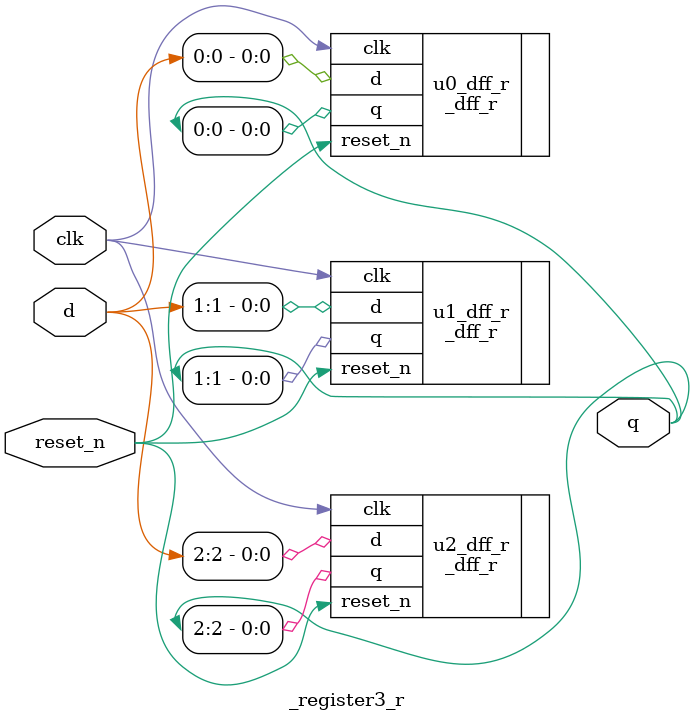
<source format=v>
module _register3_r(clk, reset_n, d, q);
	input clk, reset_n;
	input [2:0] d;
	output [2:0] q;
	
	_dff_r u0_dff_r(.clk(clk), .reset_n(reset_n), .d(d[0]), .q(q[0]));
	_dff_r u1_dff_r(.clk(clk), .reset_n(reset_n), .d(d[1]), .q(q[1]));
	_dff_r u2_dff_r(.clk(clk), .reset_n(reset_n), .d(d[2]), .q(q[2]));
endmodule

</source>
